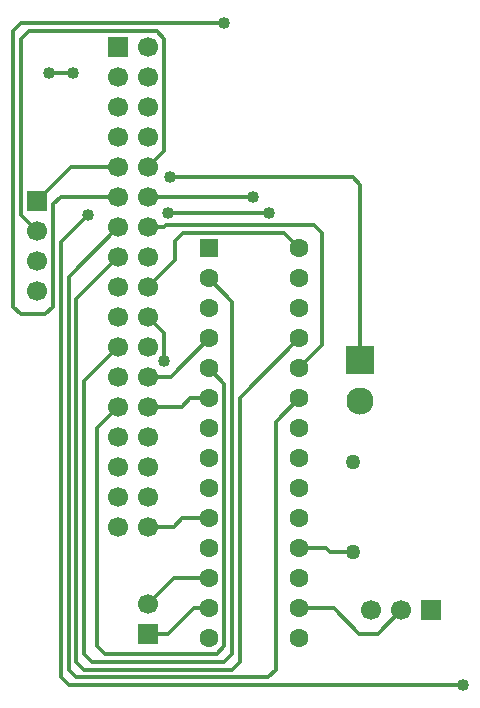
<source format=gbr>
G04 DipTrace 3.1.0.1*
G04 Top.gbr*
%MOIN*%
G04 #@! TF.FileFunction,Copper,L1,Top*
G04 #@! TF.Part,Single*
%AMOUTLINE0*5,1,4,0,0,0.128059,-135.0*%
G04 #@! TA.AperFunction,Conductor*
%ADD13C,0.012992*%
G04 #@! TA.AperFunction,ComponentPad*
%ADD14R,0.062992X0.062992*%
%ADD15C,0.062992*%
%ADD16R,0.066929X0.066929*%
%ADD17C,0.066929*%
%ADD18C,0.090551*%
%ADD19C,0.05*%
%ADD20C,0.05*%
G04 #@! TA.AperFunction,ViaPad*
%ADD21C,0.04*%
G04 #@! TA.AperFunction,ComponentPad*
%ADD47OUTLINE0*%
%FSLAX26Y26*%
G04*
G70*
G90*
G75*
G01*
G04 Top*
%LPD*%
X1666357Y1542225D2*
D13*
Y2124816D1*
X1640373Y2150800D1*
X1032209D1*
X1161457Y1012727D2*
X1071000D1*
X1043600Y985327D1*
X959757D1*
X1802857Y706627D2*
X1723920Y627690D1*
X1662154D1*
X1577117Y712727D1*
X1461457D1*
X1161457D2*
X1109918D1*
X1024918Y627727D1*
X958157D1*
X1161457Y812727D2*
X1043157D1*
X958157Y727727D1*
X859757Y2185327D2*
X701857D1*
X588357Y2071827D1*
X959757Y2185327D2*
X1012713Y2238283D1*
Y2612297D1*
X986729Y2638281D1*
X561387D1*
X535402Y2612296D1*
Y2024782D1*
X588357Y1971827D1*
X1012713Y1538332D2*
Y1632371D1*
X959757Y1685327D1*
X1461457Y912727D2*
X1552977D1*
X1563577Y902127D1*
X1642957D1*
X1212441Y2664265D2*
X535402D1*
X509418Y2638281D1*
Y1718871D1*
X535402Y1692887D1*
X615327D1*
X641311Y1718871D1*
Y2059339D1*
X667299Y2085327D1*
X859757D1*
X959757D2*
X1308087Y2085324D1*
X1461457Y1412727D2*
X1384488Y1335758D1*
Y508961D1*
X1358504Y482977D1*
X719265D1*
X693280Y508962D1*
Y1818850D1*
X859757Y1985327D1*
X1461457Y1512727D2*
X1538426Y1589696D1*
Y1963713D1*
X1512441Y1989698D1*
X1017084D1*
X1012713Y1985327D1*
X959757D1*
X1461457Y1612727D2*
X1264410Y1415680D1*
Y534946D1*
X1238426Y508962D1*
X745248D1*
X719264Y534946D1*
Y1744834D1*
X859757Y1885327D1*
X1026217Y2029186D2*
X1361079D1*
X2007780Y456993D2*
X693280D1*
X667296Y482977D1*
Y1933320D1*
X758792Y2024816D1*
X1461457Y1912727D2*
X1410470Y1963714D1*
X1074044D1*
X1048056Y1937726D1*
Y1873626D1*
X959757Y1785327D1*
X627847Y2498737D2*
X706823D1*
X1161457Y1812727D2*
X1238426Y1735758D1*
Y561742D1*
X1212441Y535757D1*
X771272D1*
X745288Y561741D1*
Y1470858D1*
X859757Y1585327D1*
X959757Y1485327D2*
X1034057D1*
X1161457Y1612727D1*
Y1512727D2*
X1212441Y1461743D1*
Y587725D1*
X1186457Y561741D1*
X813295D1*
X787311Y587725D1*
Y1312881D1*
X859757Y1385327D1*
X959757D2*
X1070788D1*
X1098188Y1412727D1*
X1161457D1*
D21*
X1032209Y2150800D3*
X1012713Y1538332D3*
X1212441Y2664265D3*
X1308087Y2085324D3*
X1361079Y2029186D3*
X1026217D3*
X758792Y2024816D3*
X2007780Y456993D3*
X627847Y2498737D3*
X706823D3*
D14*
X1161457Y1912727D3*
D15*
Y1812727D3*
Y1712727D3*
Y1612727D3*
Y1512727D3*
Y1412727D3*
Y1312727D3*
Y1212727D3*
Y1112727D3*
Y1012727D3*
Y912727D3*
Y812727D3*
Y712727D3*
Y612727D3*
X1461457D3*
Y712727D3*
Y812727D3*
Y912727D3*
Y1012727D3*
Y1112727D3*
Y1212727D3*
Y1312727D3*
Y1412727D3*
Y1512727D3*
Y1612727D3*
Y1712727D3*
Y1812727D3*
Y1912727D3*
D16*
X859757Y2585327D3*
D17*
X959757D3*
X859757Y2485327D3*
X959757D3*
X859757Y2385327D3*
X959757D3*
X859757Y2285327D3*
X959757D3*
X859757Y2185327D3*
X959757D3*
X859757Y2085327D3*
X959757D3*
X859757Y1985327D3*
X959757D3*
X859757Y1885327D3*
X959757D3*
X859757Y1785327D3*
X959757D3*
X859757Y1685327D3*
X959757D3*
X859757Y1585327D3*
X959757D3*
X859757Y1485327D3*
X959757D3*
X859757Y1385327D3*
X959757D3*
X859757Y1285327D3*
X959757D3*
X859757Y1185327D3*
X959757D3*
X859757Y1085327D3*
X959757D3*
X859757Y985327D3*
X959757D3*
D47*
X1666357Y1542225D3*
D18*
Y1404429D3*
D16*
X1902857Y706627D3*
D17*
X1802857D3*
X1702857D3*
D16*
X958157Y627727D3*
D17*
Y727727D3*
D19*
X1642957Y902127D3*
D20*
Y1202127D3*
D16*
X588357Y2071827D3*
D17*
Y1971827D3*
Y1871827D3*
Y1771827D3*
M02*

</source>
